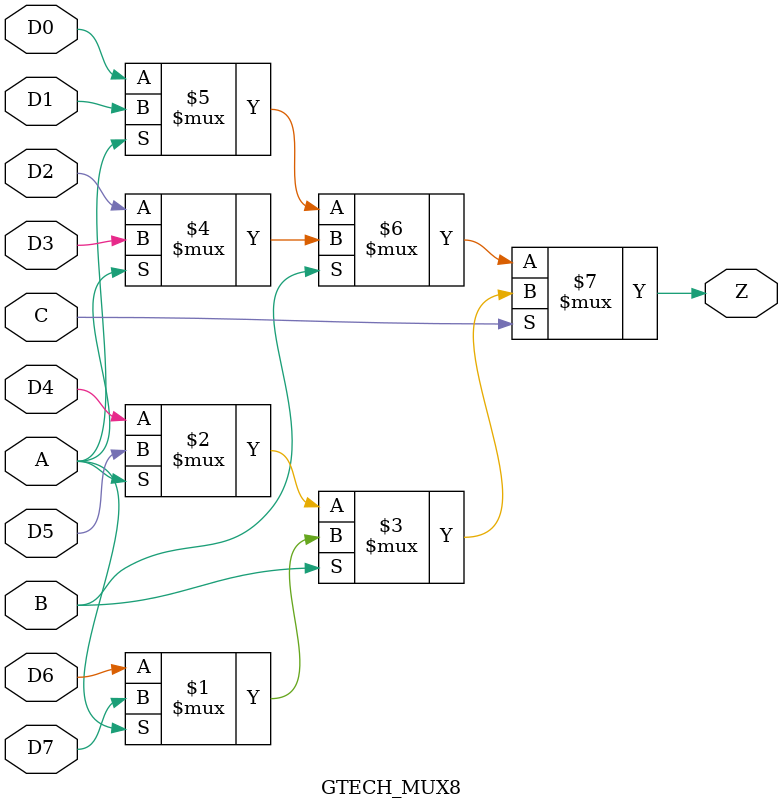
<source format=v>




module GTECH_MUX8 (D0, D1, D2, D3, D4, D5, D6, D7, A, B, C, Z); 
	input D0, D1, D2, D3, D4, D5, D6, D7, A, B, C;
	output Z;
	assign Z = C ? (B ? (A ? D7 : D6) : (A ? D5 : D4)) : (B ? (A ? D3 : D2) : (A ? D1 : D0));
endmodule



</source>
